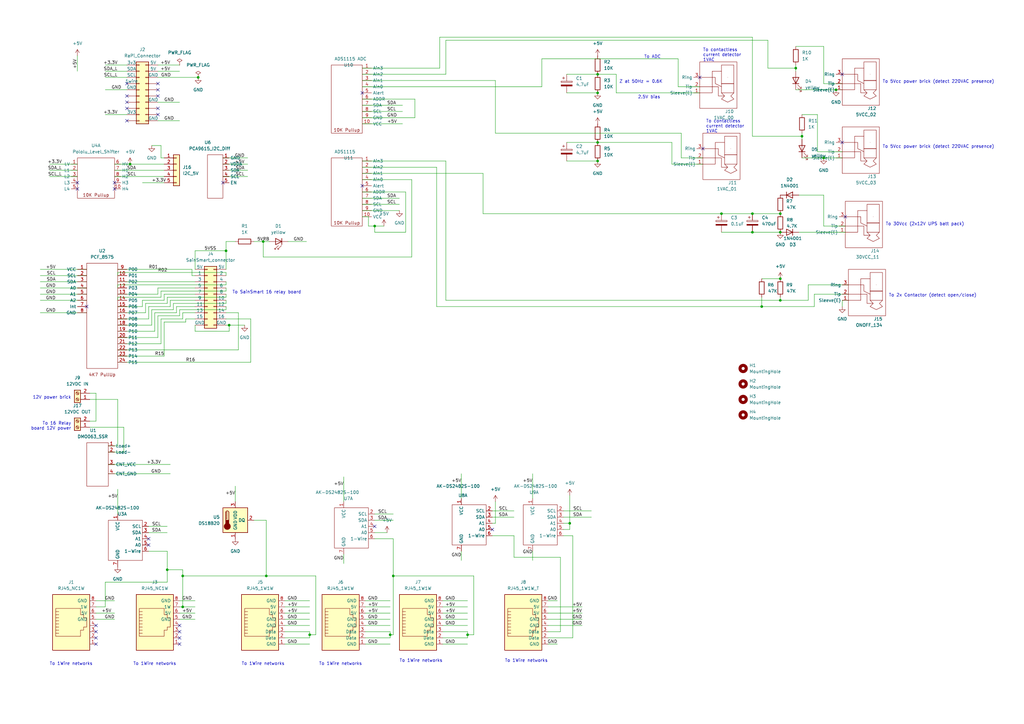
<source format=kicad_sch>
(kicad_sch (version 20211123) (generator eeschema)
  (paper "A3")
  (title_block (title "Main schema") (rev "3"))
  (junction (at 93.98 133.35))
  (junction (at 245.11 30.48))
  (junction (at 308.61 87.63))
  (junction (at 153.67 92.71))
  (junction (at 92.71 102.87))
  (junction (at 295.91 87.63))
  (junction (at 320.04 87.63))
  (junction (at 337.82 64.77))
  (junction (at 320.04 95.25))
  (junction (at 68.58 233.68))
  (junction (at 328.93 55.88))
  (junction (at 342.9 36.83))
  (junction (at 320.04 114.3))
  (junction (at 320.04 123.19))
  (junction (at 191.77 260.35))
  (junction (at 160.02 260.35))
  (junction (at 107.95 99.06))
  (junction (at 127 260.35))
  (junction (at 245.11 38.1))
  (junction (at 326.39 27.94))
  (junction (at 245.11 66.04))
  (junction (at 81.28 31.75))
  (junction (at 312.42 125.73))
  (junction (at 161.29 236.22))
  (junction (at 74.93 236.22))
  (junction (at 245.11 58.42))
  (junction (at 53.34 67.31))
  (junction (at 109.22 236.22))
  (junction (at 233.68 214.63))
  (junction (at 308.61 95.25))
  (junction (at 74.93 248.92))
  (no_connect (at 91.44 74.93))
  (no_connect (at 148.59 38.1))
  (no_connect (at 148.59 76.2))
  (no_connect (at 35.56 125.73))
  (no_connect (at 346.71 88.9))
  (no_connect (at 46.99 74.93))
  (no_connect (at 46.99 77.47))
  (no_connect (at 31.75 74.93))
  (no_connect (at 31.75 77.47))
  (no_connect (at 64.77 34.29))
  (no_connect (at 64.77 36.83))
  (no_connect (at 52.07 34.29))
  (no_connect (at 64.77 39.37))
  (no_connect (at 52.07 44.45))
  (no_connect (at 52.07 49.53))
  (no_connect (at 52.07 41.91))
  (no_connect (at 52.07 39.37))
  (no_connect (at 64.77 46.99))
  (no_connect (at 64.77 44.45))
  (no_connect (at 39.37 256.54))
  (no_connect (at 39.37 259.08))
  (no_connect (at 39.37 261.62))
  (no_connect (at 39.37 264.16))
  (no_connect (at 73.66 256.54))
  (no_connect (at 73.66 259.08))
  (no_connect (at 73.66 264.16))
  (no_connect (at 73.66 261.62))
  (no_connect (at 345.44 58.42))
  (no_connect (at 345.44 30.48))
  (no_connect (at 201.93 217.17))
  (no_connect (at 60.96 220.98))
  (no_connect (at 60.96 223.52))
  (no_connect (at 153.67 215.9))
  (no_connect (at 288.29 60.96))
  (no_connect (at 287.02 31.75))
  (wire (pts (xy 179.07 125.73) (xy 179.07 68.58)))
  (wire (pts (xy 149.86 254) (xy 160.02 254)))
  (wire (pts (xy 149.86 259.08) (xy 160.02 259.08)))
  (wire (pts (xy 181.61 246.38) (xy 191.77 246.38)))
  (wire (pts (xy 295.91 87.63) (xy 198.12 87.63)))
  (wire (pts (xy 16.51 110.49) (xy 35.56 110.49)))
  (wire (pts (xy 66.04 119.38) (xy 92.71 119.38)))
  (wire (pts (xy 62.23 127) (xy 71.12 127)))
  (wire (pts (xy 46.99 72.39) (xy 67.31 72.39)))
  (wire (pts (xy 151.13 88.9) (xy 151.13 92.71)))
  (wire (pts (xy 63.5 135.89) (xy 63.5 128.27)))
  (wire (pts (xy 50.8 185.42) (xy 44.45 185.42)))
  (wire (pts (xy 92.71 120.65) (xy 92.71 121.92)))
  (wire (pts (xy 74.93 236.22) (xy 109.22 236.22)))
  (wire (pts (xy 62.23 133.35) (xy 62.23 127)))
  (wire (pts (xy 48.26 118.11) (xy 48.26 116.84)))
  (wire (pts (xy 328.93 55.88) (xy 308.61 55.88)))
  (wire (pts (xy 43.18 238.76) (xy 68.58 238.76)))
  (wire (pts (xy 279.4 54.61) (xy 279.4 64.77)))
  (wire (pts (xy 66.04 130.81) (xy 74.93 130.81)))
  (wire (pts (xy 279.4 64.77) (xy 288.29 64.77)))
  (wire (pts (xy 198.12 87.63) (xy 198.12 71.12)))
  (wire (pts (xy 148.59 86.36) (xy 163.83 86.36)))
  (wire (pts (xy 218.44 194.31) (xy 218.44 204.47)))
  (wire (pts (xy 76.2 130.81) (xy 80.01 130.81)))
  (wire (pts (xy 168.91 105.41) (xy 168.91 73.66)))
  (wire (pts (xy 16.51 118.11) (xy 35.56 118.11)))
  (wire (pts (xy 73.66 129.54) (xy 73.66 127)))
  (wire (pts (xy 181.61 259.08) (xy 191.77 259.08)))
  (wire (pts (xy 60.96 226.06) (xy 68.58 226.06)))
  (wire (pts (xy 67.31 123.19) (xy 67.31 120.65)))
  (wire (pts (xy 232.41 38.1) (xy 245.11 38.1)))
  (wire (pts (xy 201.93 212.09) (xy 210.82 212.09)))
  (wire (pts (xy 62.23 59.69) (xy 66.04 59.69)))
  (wire (pts (xy 181.61 261.62) (xy 191.77 261.62)))
  (wire (pts (xy 96.52 99.06) (xy 92.71 99.06)))
  (wire (pts (xy 48.26 110.49) (xy 78.74 110.49)))
  (wire (pts (xy 334.01 125.73) (xy 334.01 120.65)))
  (wire (pts (xy 335.28 62.23) (xy 335.28 46.99)))
  (wire (pts (xy 231.14 217.17) (xy 233.68 217.17)))
  (wire (pts (xy 189.23 226.06) (xy 189.23 229.87)))
  (wire (pts (xy 234.95 261.62) (xy 224.79 261.62)))
  (wire (pts (xy 148.59 50.8) (xy 165.1 50.8)))
  (wire (pts (xy 71.12 124.46) (xy 92.71 124.46)))
  (wire (pts (xy 102.87 148.59) (xy 102.87 130.81)))
  (wire (pts (xy 92.71 123.19) (xy 92.71 124.46)))
  (wire (pts (xy 92.71 133.35) (xy 93.98 133.35)))
  (wire (pts (xy 20.32 67.31) (xy 31.75 67.31)))
  (wire (pts (xy 16.51 115.57) (xy 35.56 115.57)))
  (wire (pts (xy 161.29 236.22) (xy 161.29 220.98)))
  (wire (pts (xy 148.59 73.66) (xy 168.91 73.66)))
  (wire (pts (xy 16.51 113.03) (xy 35.56 113.03)))
  (wire (pts (xy 71.12 127) (xy 71.12 124.46)))
  (wire (pts (xy 67.31 120.65) (xy 80.01 120.65)))
  (wire (pts (xy 48.26 135.89) (xy 63.5 135.89)))
  (wire (pts (xy 68.58 124.46) (xy 68.58 121.92)))
  (wire (pts (xy 345.44 62.23) (xy 335.28 62.23)))
  (wire (pts (xy 203.2 205.74) (xy 203.2 214.63)))
  (wire (pts (xy 104.14 99.06) (xy 107.95 99.06)))
  (wire (pts (xy 64.77 41.91) (xy 73.66 41.91)))
  (wire (pts (xy 67.31 64.77) (xy 66.04 64.77)))
  (wire (pts (xy 48.26 113.03) (xy 48.26 111.76)))
  (wire (pts (xy 48.26 115.57) (xy 80.01 115.57)))
  (wire (pts (xy 39.37 161.29) (xy 39.37 172.72)))
  (wire (pts (xy 337.82 34.29) (xy 345.44 34.29)))
  (wire (pts (xy 91.44 69.85) (xy 101.6 69.85)))
  (wire (pts (xy 92.71 102.87) (xy 80.01 102.87)))
  (wire (pts (xy 222.25 24.13) (xy 278.13 24.13)))
  (wire (pts (xy 53.34 67.31) (xy 67.31 67.31)))
  (wire (pts (xy 320.04 87.63) (xy 308.61 87.63)))
  (wire (pts (xy 20.32 69.85) (xy 31.75 69.85)))
  (wire (pts (xy 43.18 46.99) (xy 52.07 46.99)))
  (wire (pts (xy 116.84 261.62) (xy 127 261.62)))
  (wire (pts (xy 153.67 220.98) (xy 161.29 220.98)))
  (wire (pts (xy 36.83 161.29) (xy 39.37 161.29)))
  (wire (pts (xy 166.37 78.74) (xy 166.37 95.25)))
  (wire (pts (xy 109.22 236.22) (xy 129.54 236.22)))
  (wire (pts (xy 153.67 213.36) (xy 161.29 213.36)))
  (wire (pts (xy 43.18 31.75) (xy 52.07 31.75)))
  (wire (pts (xy 80.01 102.87) (xy 80.01 110.49)))
  (wire (pts (xy 194.31 236.22) (xy 161.29 236.22)))
  (wire (pts (xy 231.14 219.71) (xy 234.95 219.71)))
  (wire (pts (xy 148.59 48.26) (xy 170.18 48.26)))
  (wire (pts (xy 224.79 254) (xy 238.76 254)))
  (wire (pts (xy 181.61 251.46) (xy 191.77 251.46)))
  (wire (pts (xy 148.59 27.94) (xy 180.34 27.94)))
  (wire (pts (xy 68.58 121.92) (xy 92.71 121.92)))
  (wire (pts (xy 48.26 148.59) (xy 102.87 148.59)))
  (wire (pts (xy 80.01 133.35) (xy 80.01 135.89)))
  (wire (pts (xy 182.88 66.04) (xy 182.88 123.19)))
  (wire (pts (xy 153.67 92.71) (xy 153.67 95.25)))
  (wire (pts (xy 314.96 27.94) (xy 314.96 16.51)))
  (wire (pts (xy 73.66 246.38) (xy 80.01 246.38)))
  (wire (pts (xy 148.59 40.64) (xy 170.18 40.64)))
  (wire (pts (xy 74.93 248.92) (xy 80.01 248.92)))
  (wire (pts (xy 287.02 38.1) (xy 252.73 38.1)))
  (wire (pts (xy 102.87 130.81) (xy 92.71 130.81)))
  (wire (pts (xy 328.93 54.61) (xy 328.93 55.88)))
  (wire (pts (xy 92.71 125.73) (xy 92.71 127)))
  (wire (pts (xy 107.95 105.41) (xy 168.91 105.41)))
  (wire (pts (xy 39.37 246.38) (xy 46.99 246.38)))
  (wire (pts (xy 16.51 120.65) (xy 35.56 120.65)))
  (wire (pts (xy 92.71 116.84) (xy 92.71 115.57)))
  (wire (pts (xy 320.04 121.92) (xy 320.04 123.19)))
  (wire (pts (xy 314.96 16.51) (xy 182.88 16.51)))
  (wire (pts (xy 74.93 236.22) (xy 74.93 233.68)))
  (wire (pts (xy 127 259.08) (xy 127 260.35)))
  (wire (pts (xy 328.93 64.77) (xy 337.82 64.77)))
  (wire (pts (xy 116.84 259.08) (xy 127 259.08)))
  (wire (pts (xy 151.13 92.71) (xy 153.67 92.71)))
  (wire (pts (xy 275.59 67.31) (xy 288.29 67.31)))
  (wire (pts (xy 278.13 24.13) (xy 278.13 35.56)))
  (wire (pts (xy 326.39 29.21) (xy 326.39 27.94)))
  (wire (pts (xy 345.44 123.19) (xy 345.44 125.73)))
  (wire (pts (xy 233.68 203.2) (xy 233.68 214.63)))
  (wire (pts (xy 48.26 125.73) (xy 58.42 125.73)))
  (wire (pts (xy 203.2 33.02) (xy 203.2 54.61)))
  (wire (pts (xy 116.84 256.54) (xy 127 256.54)))
  (wire (pts (xy 328.93 55.88) (xy 328.93 57.15)))
  (wire (pts (xy 73.66 248.92) (xy 74.93 248.92)))
  (wire (pts (xy 180.34 15.24) (xy 180.34 27.94)))
  (wire (pts (xy 334.01 120.65) (xy 347.98 120.65)))
  (wire (pts (xy 189.23 194.31) (xy 189.23 204.47)))
  (wire (pts (xy 170.18 40.64) (xy 170.18 48.26)))
  (wire (pts (xy 48.26 123.19) (xy 48.26 121.92)))
  (wire (pts (xy 342.9 36.83) (xy 345.44 36.83)))
  (wire (pts (xy 210.82 228.6) (xy 229.87 228.6)))
  (wire (pts (xy 312.42 114.3) (xy 320.04 114.3)))
  (wire (pts (xy 48.26 140.97) (xy 66.04 140.97)))
  (wire (pts (xy 148.59 33.02) (xy 203.2 33.02)))
  (wire (pts (xy 116.84 248.92) (xy 127 248.92)))
  (wire (pts (xy 96.52 199.39) (xy 96.52 205.74)))
  (wire (pts (xy 149.86 261.62) (xy 160.02 261.62)))
  (wire (pts (xy 231.14 212.09) (xy 242.57 212.09)))
  (wire (pts (xy 97.79 143.51) (xy 97.79 128.27)))
  (wire (pts (xy 179.07 125.73) (xy 312.42 125.73)))
  (wire (pts (xy 201.93 219.71) (xy 210.82 219.71)))
  (wire (pts (xy 67.31 146.05) (xy 67.31 132.08)))
  (wire (pts (xy 140.97 195.58) (xy 140.97 205.74)))
  (wire (pts (xy 39.37 251.46) (xy 46.99 251.46)))
  (wire (pts (xy 149.86 246.38) (xy 160.02 246.38)))
  (wire (pts (xy 67.31 132.08) (xy 76.2 132.08)))
  (wire (pts (xy 116.84 251.46) (xy 127 251.46)))
  (wire (pts (xy 153.67 210.82) (xy 161.29 210.82)))
  (wire (pts (xy 16.51 123.19) (xy 35.56 123.19)))
  (wire (pts (xy 48.26 111.76) (xy 92.71 111.76)))
  (wire (pts (xy 64.77 31.75) (xy 81.28 31.75)))
  (wire (pts (xy 58.42 123.19) (xy 67.31 123.19)))
  (wire (pts (xy 278.13 35.56) (xy 287.02 35.56)))
  (wire (pts (xy 191.77 260.35) (xy 194.31 260.35)))
  (wire (pts (xy 48.26 163.83) (xy 48.26 182.88)))
  (wire (pts (xy 68.58 233.68) (xy 74.93 233.68)))
  (wire (pts (xy 64.77 118.11) (xy 80.01 118.11)))
  (wire (pts (xy 48.26 138.43) (xy 64.77 138.43)))
  (wire (pts (xy 74.93 130.81) (xy 74.93 128.27)))
  (wire (pts (xy 76.2 132.08) (xy 76.2 130.81)))
  (wire (pts (xy 232.41 58.42) (xy 245.11 58.42)))
  (wire (pts (xy 201.93 209.55) (xy 210.82 209.55)))
  (wire (pts (xy 337.82 64.77) (xy 345.44 64.77)))
  (wire (pts (xy 60.96 125.73) (xy 69.85 125.73)))
  (wire (pts (xy 331.47 123.19) (xy 331.47 116.84)))
  (wire (pts (xy 231.14 214.63) (xy 233.68 214.63)))
  (wire (pts (xy 181.61 264.16) (xy 191.77 264.16)))
  (wire (pts (xy 69.85 123.19) (xy 80.01 123.19)))
  (wire (pts (xy 252.73 30.48) (xy 245.11 30.48)))
  (wire (pts (xy 116.84 254) (xy 127 254)))
  (wire (pts (xy 326.39 19.05) (xy 337.82 19.05)))
  (wire (pts (xy 231.14 209.55) (xy 242.57 209.55)))
  (wire (pts (xy 151.13 88.9) (xy 148.59 88.9)))
  (wire (pts (xy 252.73 38.1) (xy 252.73 30.48)))
  (wire (pts (xy 312.42 125.73) (xy 334.01 125.73)))
  (wire (pts (xy 39.37 248.92) (xy 43.18 248.92)))
  (wire (pts (xy 326.39 36.83) (xy 342.9 36.83)))
  (wire (pts (xy 218.44 226.06) (xy 218.44 229.87)))
  (wire (pts (xy 107.95 99.06) (xy 110.49 99.06)))
  (wire (pts (xy 127 260.35) (xy 129.54 260.35)))
  (wire (pts (xy 48.26 130.81) (xy 60.96 130.81)))
  (wire (pts (xy 182.88 123.19) (xy 320.04 123.19)))
  (wire (pts (xy 48.26 143.51) (xy 97.79 143.51)))
  (wire (pts (xy 107.95 99.06) (xy 107.95 105.41)))
  (wire (pts (xy 148.59 68.58) (xy 179.07 68.58)))
  (wire (pts (xy 166.37 95.25) (xy 153.67 95.25)))
  (wire (pts (xy 314.96 27.94) (xy 326.39 27.94)))
  (wire (pts (xy 73.66 127) (xy 92.71 127)))
  (wire (pts (xy 64.77 129.54) (xy 73.66 129.54)))
  (wire (pts (xy 127 260.35) (xy 127 261.62)))
  (wire (pts (xy 149.86 248.92) (xy 160.02 248.92)))
  (wire (pts (xy 73.66 251.46) (xy 80.01 251.46)))
  (wire (pts (xy 160.02 259.08) (xy 160.02 260.35)))
  (wire (pts (xy 232.41 30.48) (xy 245.11 30.48)))
  (wire (pts (xy 153.67 92.71) (xy 157.48 92.71)))
  (wire (pts (xy 93.98 133.35) (xy 100.33 133.35)))
  (wire (pts (xy 43.18 248.92) (xy 43.18 238.76)))
  (wire (pts (xy 201.93 214.63) (xy 203.2 214.63)))
  (wire (pts (xy 36.83 175.26) (xy 50.8 175.26)))
  (wire (pts (xy 295.91 95.25) (xy 308.61 95.25)))
  (wire (pts (xy 48.26 121.92) (xy 66.04 121.92)))
  (wire (pts (xy 44.45 182.88) (xy 48.26 182.88)))
  (wire (pts (xy 66.04 121.92) (xy 66.04 119.38)))
  (wire (pts (xy 148.59 83.82) (xy 163.83 83.82)))
  (wire (pts (xy 326.39 27.94) (xy 326.39 26.67)))
  (wire (pts (xy 337.82 92.71) (xy 346.71 92.71)))
  (wire (pts (xy 191.77 259.08) (xy 191.77 260.35)))
  (wire (pts (xy 97.79 128.27) (xy 92.71 128.27)))
  (wire (pts (xy 308.61 95.25) (xy 320.04 95.25)))
  (wire (pts (xy 148.59 81.28) (xy 163.83 81.28)))
  (wire (pts (xy 50.8 175.26) (xy 50.8 185.42)))
  (wire (pts (xy 337.82 19.05) (xy 337.82 34.29)))
  (wire (pts (xy 203.2 54.61) (xy 279.4 54.61)))
  (wire (pts (xy 109.22 213.36) (xy 109.22 236.22)))
  (wire (pts (xy 181.61 256.54) (xy 191.77 256.54)))
  (wire (pts (xy 148.59 45.72) (xy 165.1 45.72)))
  (wire (pts (xy 92.71 99.06) (xy 92.71 102.87)))
  (wire (pts (xy 149.86 256.54) (xy 160.02 256.54)))
  (wire (pts (xy 46.99 67.31) (xy 53.34 67.31)))
  (wire (pts (xy 233.68 214.63) (xy 233.68 217.17)))
  (wire (pts (xy 91.44 72.39) (xy 101.6 72.39)))
  (wire (pts (xy 48.26 128.27) (xy 59.69 128.27)))
  (wire (pts (xy 245.11 58.42) (xy 275.59 58.42)))
  (wire (pts (xy 182.88 16.51) (xy 182.88 30.48)))
  (wire (pts (xy 327.66 95.25) (xy 346.71 95.25)))
  (wire (pts (xy 181.61 254) (xy 191.77 254)))
  (wire (pts (xy 67.31 74.93) (xy 58.42 74.93)))
  (wire (pts (xy 148.59 78.74) (xy 166.37 78.74)))
  (wire (pts (xy 161.29 236.22) (xy 161.29 260.35)))
  (wire (pts (xy 48.26 200.66) (xy 48.26 210.82)))
  (wire (pts (xy 224.79 248.92) (xy 238.76 248.92)))
  (wire (pts (xy 275.59 58.42) (xy 275.59 67.31)))
  (wire (pts (xy 191.77 260.35) (xy 191.77 261.62)))
  (wire (pts (xy 308.61 87.63) (xy 295.91 87.63)))
  (wire (pts (xy 64.77 49.53) (xy 73.66 49.53)))
  (wire (pts (xy 347.98 123.19) (xy 345.44 123.19)))
  (wire (pts (xy 66.04 59.69) (xy 66.04 64.77)))
  (wire (pts (xy 160.02 260.35) (xy 161.29 260.35)))
  (wire (pts (xy 308.61 55.88) (xy 308.61 15.24)))
  (wire (pts (xy 59.69 124.46) (xy 68.58 124.46)))
  (wire (pts (xy 337.82 80.01) (xy 337.82 92.71)))
  (wire (pts (xy 36.83 163.83) (xy 48.26 163.83)))
  (wire (pts (xy 116.84 264.16) (xy 127 264.16)))
  (wire (pts (xy 224.79 246.38) (xy 228.6 246.38)))
  (wire (pts (xy 148.59 30.48) (xy 182.88 30.48)))
  (wire (pts (xy 48.26 116.84) (xy 92.71 116.84)))
  (wire (pts (xy 72.39 125.73) (xy 80.01 125.73)))
  (wire (pts (xy 39.37 172.72) (xy 36.83 172.72)))
  (wire (pts (xy 92.71 102.87) (xy 92.71 110.49)))
  (wire (pts (xy 153.67 218.44) (xy 158.75 218.44)))
  (wire (pts (xy 210.82 219.71) (xy 210.82 228.6)))
  (wire (pts (xy 78.74 113.03) (xy 80.01 113.03)))
  (wire (pts (xy 331.47 116.84) (xy 347.98 116.84)))
  (wire (pts (xy 39.37 254) (xy 46.99 254)))
  (wire (pts (xy 232.41 66.04) (xy 245.11 66.04)))
  (wire (pts (xy 335.28 46.99) (xy 328.93 46.99)))
  (wire (pts (xy 44.45 194.31) (xy 69.85 194.31)))
  (wire (pts (xy 74.93 128.27) (xy 80.01 128.27)))
  (wire (pts (xy 58.42 125.73) (xy 58.42 123.19)))
  (wire (pts (xy 92.71 119.38) (xy 92.71 118.11)))
  (wire (pts (xy 148.59 66.04) (xy 182.88 66.04)))
  (wire (pts (xy 59.69 128.27) (xy 59.69 124.46)))
  (wire (pts (xy 20.32 72.39) (xy 31.75 72.39)))
  (wire (pts (xy 229.87 259.08) (xy 224.79 259.08)))
  (wire (pts (xy 222.25 24.13) (xy 222.25 35.56)))
  (wire (pts (xy 148.59 43.18) (xy 165.1 43.18)))
  (wire (pts (xy 308.61 15.24) (xy 180.34 15.24)))
  (wire (pts (xy 92.71 111.76) (xy 92.71 113.03)))
  (wire (pts (xy 148.59 71.12) (xy 198.12 71.12)))
  (wire (pts (xy 68.58 238.76) (xy 68.58 233.68)))
  (wire (pts (xy 64.77 120.65) (xy 64.77 118.11)))
  (wire (pts (xy 234.95 219.71) (xy 234.95 261.62)))
  (wire (pts (xy 72.39 128.27) (xy 72.39 125.73)))
  (wire (pts (xy 116.84 246.38) (xy 127 246.38)))
  (wire (pts (xy 80.01 135.89) (xy 93.98 135.89)))
  (wire (pts (xy 327.66 80.01) (xy 337.82 80.01)))
  (wire (pts (xy 64.77 138.43) (xy 64.77 129.54)))
  (wire (pts (xy 44.45 190.5) (xy 69.85 190.5)))
  (wire (pts (xy 48.26 133.35) (xy 62.23 133.35)))
  (wire (pts (xy 60.96 215.9) (xy 68.58 215.9)))
  (wire (pts (xy 93.98 135.89) (xy 93.98 133.35)))
  (wire (pts (xy 63.5 128.27) (xy 72.39 128.27)))
  (wire (pts (xy 43.18 36.83) (xy 52.07 36.83)))
  (wire (pts (xy 149.86 264.16) (xy 160.02 264.16)))
  (wire (pts (xy 78.74 110.49) (xy 78.74 113.03)))
  (wire (pts (xy 224.79 251.46) (xy 238.76 251.46)))
  (wire (pts (xy 140.97 227.33) (xy 140.97 231.14)))
  (wire (pts (xy 46.99 69.85) (xy 67.31 69.85)))
  (wire (pts (xy 60.96 218.44) (xy 68.58 218.44)))
  (wire (pts (xy 43.18 26.67) (xy 52.07 26.67)))
  (wire (pts (xy 64.77 29.21) (xy 73.66 29.21)))
  (wire (pts (xy 149.86 251.46) (xy 160.02 251.46)))
  (wire (pts (xy 64.77 26.67) (xy 73.66 26.67)))
  (wire (pts (xy 118.11 99.06) (xy 125.73 99.06)))
  (wire (pts (xy 74.93 248.92) (xy 74.93 236.22)))
  (wire (pts (xy 68.58 226.06) (xy 68.58 233.68)))
  (wire (pts (xy 91.44 67.31) (xy 101.6 67.31)))
  (wire (pts (xy 148.59 35.56) (xy 222.25 35.56)))
  (wire (pts (xy 194.31 260.35) (xy 194.31 236.22)))
  (wire (pts (xy 129.54 260.35) (xy 129.54 236.22)))
  (wire (pts (xy 181.61 248.92) (xy 191.77 248.92)))
  (wire (pts (xy 160.02 260.35) (xy 160.02 261.62)))
  (wire (pts (xy 224.79 264.16) (xy 228.6 264.16)))
  (wire (pts (xy 91.44 64.77) (xy 101.6 64.77)))
  (wire (pts (xy 48.26 120.65) (xy 64.77 120.65)))
  (wire (pts (xy 229.87 228.6) (xy 229.87 259.08)))
  (wire (pts (xy 43.18 29.21) (xy 52.07 29.21)))
  (wire (pts (xy 69.85 125.73) (xy 69.85 123.19)))
  (wire (pts (xy 312.42 121.92) (xy 312.42 125.73)))
  (wire (pts (xy 66.04 140.97) (xy 66.04 130.81)))
  (wire (pts (xy 31.75 22.86) (xy 31.75 29.21)))
  (wire (pts (xy 16.51 128.27) (xy 35.56 128.27)))
  (wire (pts (xy 60.96 130.81) (xy 60.96 125.73)))
  (wire (pts (xy 320.04 123.19) (xy 331.47 123.19)))
  (wire (pts (xy 73.66 254) (xy 80.01 254)))
  (wire (pts (xy 224.79 256.54) (xy 238.76 256.54)))
  (wire (pts (xy 48.26 146.05) (xy 67.31 146.05)))
  (wire (pts (xy 104.14 213.36) (xy 109.22 213.36)))
  (text "To ADC" (at 264.16 24.13 0) (effects (font (size 1.27 1.27)) (justify left bottom)))
  (text "Z at 50Hz = 0.6K" (at 254 34.29 0) (effects (font (size 1.27 1.27)) (justify left bottom)))
  (text "To 5Vcc power brick (detect 220VAC presence)" (at 361.95 60.96 0) (effects (font (size 1.27 1.27)) (justify left bottom)))
  (text "To 5Vcc power brick (detect 220VAC presence)" (at 361.95 34.29 0) (effects (font (size 1.27 1.27)) (justify left bottom)))
  (text "To 1Wire networks" (at 163.83 271.78 0) (effects (font (size 1.27 1.27)) (justify left bottom)))
  (text "To 30Vcc (2x12V UPS batt pack)" (at 363.22 92.71 0) (effects (font (size 1.27 1.27)) (justify left bottom)))
  (text "To 1Wire networks" (at 130.81 273.05 0) (effects (font (size 1.27 1.27)) (justify left bottom)))
  (text "To 1Wire networks" (at 207.01 271.78 0) (effects (font (size 1.27 1.27)) (justify left bottom)))
  (text "To contactless\ncurrent detector\n1VAC" (at 289.56 54.61 0) (effects (font (size 1.27 1.27)) (justify left bottom)))
  (text "To 1Wire networks" (at 99.06 273.05 0) (effects (font (size 1.27 1.27)) (justify left bottom)))
  (text "To contactless\ncurrent detector\n1VAC" (at 288.29 25.4 0) (effects (font (size 1.27 1.27)) (justify left bottom)))
  (text "To 1Wire networks" (at 54.61 273.05 0) (effects (font (size 1.27 1.27)) (justify left bottom)))
  (text "2.5V bias" (at 261.62 40.64 0) (effects (font (size 1.27 1.27)) (justify left bottom)))
  (text "12V power brick" (at 29.21 163.83 180) (effects (font (size 1.27 1.27)) (justify right bottom)))
  (text "To 16 Relay\nboard 12V power" (at 29.21 176.53 180) (effects (font (size 1.27 1.27)) (justify right bottom)))
  (text "To 2x Contactor (detect open/close)" (at 364.49 121.92 0) (effects (font (size 1.27 1.27)) (justify left bottom)))
  (text "To SainSmart 16 relay board" (at 95.25 120.65 0) (effects (font (size 1.27 1.27)) (justify left bottom)))
  (text "To 1Wire networks" (at 20.32 273.05 0) (effects (font (size 1.27 1.27)) (justify left bottom)))
  (label "GND" (at 66.04 194.31 180))
  (label "SCL" (at 158.75 83.82 0))
  (label "GND" (at 22.86 128.27 180))
  (label "SCL" (at 238.76 209.55 180))
  (label "GND" (at 121.92 256.54 180))
  (label "+5V" (at 238.76 251.46 180))
  (label "SDA_L" (at 48.26 29.21 180))
  (label "+5V" (at 100.33 67.31 180))
  (label "+5V" (at 96.52 203.2 180))
  (label "+5V" (at 121.92 251.46 180))
  (label "GND" (at 189.23 228.6 180))
  (label "R16" (at 76.2 148.59 0))
  (label "+5V" (at 154.94 251.46 180))
  (label "+3.3V" (at 48.26 46.99 180))
  (label "GND" (at 186.69 246.38 180))
  (label "SDA_L" (at 25.4 69.85 180))
  (label "+5V" (at 186.69 251.46 180))
  (label "+5V" (at 45.72 251.46 180))
  (label "+3.3V" (at 66.04 190.5 180))
  (label "+3.3V" (at 48.26 26.67 180))
  (label "GND" (at 228.6 264.16 180))
  (label "GND" (at 154.94 264.16 180))
  (label "+5V" (at 69.85 26.67 180))
  (label "GND" (at 154.94 254 180))
  (label "+5V" (at 22.86 110.49 180))
  (label "+5V" (at 189.23 198.12 180))
  (label "+5V" (at 238.76 248.92 180))
  (label "GND" (at 154.94 256.54 180))
  (label "SCL" (at 55.88 72.39 180))
  (label "SCL_L" (at 25.4 72.39 180))
  (label "GND" (at 140.97 229.87 180))
  (label "SDA" (at 66.04 218.44 180))
  (label "GND" (at 238.76 254 180))
  (label "SDA" (at 208.28 212.09 180))
  (label "+5V" (at 154.94 248.92 180))
  (label "5VSS" (at 83.82 102.87 0))
  (label "GND" (at 238.76 256.54 180))
  (label "GND" (at 100.33 64.77 180))
  (label "GND" (at 121.92 254 180))
  (label "SCL" (at 158.75 210.82 180))
  (label "SCL" (at 22.86 113.03 180))
  (label "GND" (at 186.69 264.16 180))
  (label "GND" (at 46.99 254 180))
  (label "+5V" (at 121.92 248.92 180))
  (label "SDA" (at 158.75 43.18 0))
  (label "SCL" (at 208.28 209.55 180))
  (label "GND" (at 186.69 254 180))
  (label "SCL" (at 158.75 45.72 0))
  (label "R01" (at 60.96 110.49 0))
  (label "5VRB" (at 110.49 99.06 180))
  (label "GND" (at 186.69 256.54 180))
  (label "GND" (at 121.92 246.38 180))
  (label "GND" (at 78.74 246.38 180))
  (label "SDA" (at 158.75 81.28 0))
  (label "+5V" (at 69.85 29.21 180))
  (label "SDA" (at 22.86 115.57 180))
  (label "GND" (at 158.75 48.26 0))
  (label "GND" (at 67.31 41.91 0))
  (label "+5V" (at 186.69 248.92 180))
  (label "+3.3V" (at 25.4 67.31 180))
  (label "R15" (at 63.5 146.05 0))
  (label "+5V" (at 218.44 198.12 180))
  (label "GND" (at 45.72 36.83 0))
  (label "GND" (at 154.94 246.38 180))
  (label "+3.3V" (at 62.23 74.93 0))
  (label "SDA" (at 100.33 69.85 180))
  (label "SDA" (at 158.75 213.36 180))
  (label "GND" (at 22.86 120.65 180))
  (label "GND" (at 218.44 227.33 180))
  (label "+5V" (at 158.75 50.8 0))
  (label "SCL" (at 66.04 215.9 180))
  (label "+5V" (at 140.97 199.39 180))
  (label "GND" (at 22.86 123.19 180))
  (label "+5V" (at 78.74 251.46 180))
  (label "R02" (at 64.77 111.76 0))
  (label "GND" (at 124.46 99.06 180))
  (label "+5V" (at 31.75 24.13 270))
  (label "SCL" (at 100.33 72.39 180))
  (label "GND" (at 66.04 31.75 0))
  (label "GND" (at 22.86 118.11 180))
  (label "GND" (at 228.6 246.38 180))
  (label "GND" (at 46.99 246.38 180))
  (label "SDA" (at 238.76 212.09 180))
  (label "SCL_L" (at 48.26 31.75 180))
  (label "SDA" (at 52.07 69.85 0))
  (label "GND" (at 67.31 49.53 0))
  (label "GND" (at 78.74 254 180))
  (label "GND" (at 121.92 264.16 180))
  (label "+5V" (at 48.26 204.47 180))
  (symbol (lib_id "power:+5V") (at 203.2 205.74 0) (unit 1)
    (property "Reference" "#PWR013" (effects hide))
    (property "Value" "+5V" (at 203.2 200.66 0))
  )
  (symbol (lib_id "power:GND") (at 62.23 59.69 0) (unit 1)
    (property "Reference" "#PWR0106" (effects hide))
    (property "Value" "GND" (at 62.23 64.77 0))
  )
  (symbol (lib_id "Mechanical:MountingHole") (at 304.8 151.13 0) (unit 1)
    (property "Reference" "H1" (at 307.34 149.8599 0) (effects (justify left)))
    (property "Value" "MountingHole" (at 307.34 152.3999 0) (effects (justify left)))
    (property "Footprint" "MountingHole:MountingHole_2.5mm" (effects hide))
  )
  (symbol (lib_id "power:PWR_FLAG") (at 73.66 26.67 0) (unit 1)
    (property "Reference" "#FLG0101" (effects hide))
    (property "Value" "PWR_FLAG" (at 73.66 21.59 0))
  )
  (symbol (lib_id "Device:R") (at 312.42 118.11 180) (unit 1)
    (property "Reference" "R6" (at 317.5 116.84 0) (effects (justify left)))
    (property "Value" "47K" (at 314.96 119.3799 0) (effects (justify right)))
    (property "Footprint" "Resistor_THT:R_Axial_DIN0207_L6.3mm_D2.5mm_P10.16mm_Horizontal" (effects hide))
  )
  (symbol (lib_id "Device:C_Polarized") (at 308.61 91.44 0) (unit 1)
    (property "Reference" "C4" (at 312.42 89.2809 0) (effects (justify left)))
    (property "Value" "470uF" (at 312.42 91.8209 0) (effects (justify left)))
    (property "Footprint" "Capacitor_THT:CP_Radial_D6.3mm_P2.50mm" (effects hide))
  )
  (symbol (lib_id "library:PCA9615_I2C_Diff") (at 85.09 62.23 0) (unit 1)
    (property "Reference" "U6" (at 83.82 58.42 0) (effects (justify left)))
    (property "Value" "PCA9615_I2C_Diff" (at 77.47 60.96 0) (effects (justify left)))
    (property "Footprint" "Connector_PinHeader_2.54mm:PinHeader_1x05_P2.54mm_Vertical" (effects hide))
    (property "Datasheet" "https://www.sparkfun.com/products/retired/14589" (effects hide))
  )
  (symbol (lib_id "Device:LED") (at 326.39 33.02 90) (unit 1)
    (property "Reference" "D4" (at 330.2 33.3374 90) (effects (justify right)))
    (property "Value" "yellow" (at 330.2 35.8774 90) (effects (justify right)))
    (property "Footprint" "LED_THT:LED_D5.0mm" (effects hide))
  )
  (symbol (lib_id "power:+5V") (at 157.48 92.71 0) (unit 1)
    (property "Reference" "#PWR01" (effects hide))
    (property "Value" "+5V" (at 157.48 87.63 0))
  )
  (symbol (lib_id "library:ADS1115") (at 144.78 25.4 0) (unit 1)
    (property "Reference" "U10" (at 140.97 26.67 0) (effects (justify left)))
    (property "Value" "ADS1115 ADC" (at 137.16 24.13 0) (effects (justify left)))
    (property "Footprint" "Library:ADS1115" (effects hide))
    (property "Datasheet" "https://www.adafruit.com/product/1085" (effects hide))
  )
  (symbol (lib_id "Device:R") (at 328.93 50.8 180) (unit 1)
    (property "Reference" "R11" (at 331.47 49.5299 0) (effects (justify right)))
    (property "Value" "1K" (at 331.47 52.0699 0) (effects (justify right)))
    (property "Footprint" "Resistor_THT:R_Axial_DIN0207_L6.3mm_D2.5mm_P10.16mm_Horizontal" (effects hide))
  )
  (symbol (lib_id "power:+5V") (at 31.75 22.86 0) (unit 1)
    (property "Reference" "#PWR0101" (effects hide))
    (property "Value" "+5V" (at 31.75 17.78 0))
  )
  (symbol (lib_id "Connector:Screw_Terminal_01x02") (at 31.75 175.26 180) (unit 1)
    (property "Reference" "J17" (at 31.75 166.37 0))
    (property "Value" "12VDC OUT" (at 31.75 168.91 0))
    (property "Footprint" "TerminalBlock_RND:TerminalBlock_RND_205-00001_1x02_P5.00mm_Horizontal" (effects hide))
  )
  (symbol (lib_id "Connector_Generic:Conn_01x05") (at 72.39 69.85 0) (unit 1)
    (property "Reference" "J16" (at 74.93 68.5799 0) (effects (justify left)))
    (property "Value" "I2C_5V" (at 74.93 71.1199 0) (effects (justify left)))
    (property "Footprint" "Connector_PinHeader_2.54mm:PinHeader_1x05_P2.54mm_Vertical" (effects hide))
  )
  (symbol (lib_id "Device:R") (at 320.04 91.44 180) (unit 1)
    (property "Reference" "R8" (at 322.58 90.1699 0) (effects (justify right)))
    (property "Value" "4.7K" (at 322.58 92.7099 0) (effects (justify right)))
    (property "Footprint" "Resistor_THT:R_Axial_DIN0207_L6.3mm_D2.5mm_P10.16mm_Horizontal" (effects hide))
  )
  (symbol (lib_id "Device:R") (at 245.11 62.23 0) (unit 1)
    (property "Reference" "R5" (at 247.65 60.9599 0) (effects (justify left)))
    (property "Value" "10K" (at 247.65 63.4999 0) (effects (justify left)))
    (property "Footprint" "Resistor_THT:R_Axial_DIN0207_L6.3mm_D2.5mm_P10.16mm_Horizontal" (effects hide))
  )
  (symbol (lib_id "power:+5V") (at 245.11 50.8 0) (unit 1)
    (property "Reference" "#PWR05" (effects hide))
    (property "Value" "+5V" (at 245.11 45.72 0))
  )
  (symbol (lib_id "power:+5V") (at 53.34 67.31 0) (unit 1)
    (property "Reference" "#PWR0104" (effects hide))
    (property "Value" "+5V" (at 53.34 62.23 0))
  )
  (symbol (lib_id "library:RJ45_1W1W") (at 171.45 256.54 0) (unit 1)
    (property "Reference" "J7" (at 171.45 238.76 0))
    (property "Value" "RJ45_1W1W" (at 171.45 241.3 0))
    (property "Footprint" "Library:RJ45_Ninigi_GE_silver" (effects hide))
  )
  (symbol (lib_id "power:GND") (at 245.11 38.1 0) (unit 1)
    (property "Reference" "#PWR04" (effects hide))
    (property "Value" "GND" (at 245.11 43.18 0))
  )
  (symbol (lib_id "power:GND") (at 96.52 220.98 0) (unit 1)
    (property "Reference" "#PWR0105" (effects hide))
    (property "Value" "GND" (at 96.52 226.06 0))
  )
  (symbol (lib_id "library:AK-DS2482S-100") (at 144.78 204.47 0) (unit 1)
    (property "Reference" "U7" (at 144.78 204.47 0) (effects (justify right)))
    (property "Value" "AK-DS2482S-100" (at 147.32 201.93 0) (effects (justify right)))
    (property "Footprint" "Library:AK-DS2482S-100" (effects hide))
    (property "Datasheet" "https://www.artekit.eu/products/breakout-boards/io/ak-ds2482s-100/" (effects hide))
  )
  (symbol (lib_id "Diode:1N4001") (at 323.85 95.25 180) (unit 1)
    (property "Reference" "D3" (at 325.12 100.33 0))
    (property "Value" "1N4001" (at 325.12 97.79 0))
    (property "Footprint" "Diode_THT:D_DO-41_SOD81_P10.16mm_Horizontal" (effects hide))
    (property "Datasheet" "http://www.vishay.com/docs/88503/1n4001.pdf" (effects hide))
  )
  (symbol (lib_id "library:SainSmart_connector") (at 85.09 120.65 0) (unit 1)
    (property "Reference" "J4" (at 86.36 104.14 0))
    (property "Value" "SainSmart_connector" (at 86.36 106.68 0))
    (property "Footprint" "Connector_PinHeader_2.54mm:PinHeader_2x10_P2.54mm_Vertical" (effects hide))
    (property "Datasheet" "https://www.sainsmart.com/products/16-channel-12v-relay-module" (effects hide))
  )
  (symbol (lib_id "library:3.5Inch_Audio") (at 363.22 129.54 180) (unit 1)
    (property "Reference" "J15" (at 361.95 130.81 0) (effects (justify left)))
    (property "Value" "ONOFF_134" (at 361.95 133.35 0) (effects (justify left)))
    (property "Footprint" "Library:3.5mmJack SMD" (effects hide))
    (property "Datasheet" "https://www.tme.eu/ro/en/details/1503-03/jack-connectors/lumberg/1503-03/" (effects hide))
  )
  (symbol (lib_id "library:3.5Inch_Audio") (at 360.68 71.12 180) (unit 1)
    (property "Reference" "J13" (at 359.41 72.39 0) (effects (justify left)))
    (property "Value" "5VCC_03" (at 359.41 74.93 0) (effects (justify left)))
    (property "Footprint" "Library:3.5mmJack SMD" (effects hide))
    (property "Datasheet" "https://www.tme.eu/ro/en/details/1503-03/jack-connectors/lumberg/1503-03/" (effects hide))
  )
  (symbol (lib_id "Diode:1N4001") (at 323.85 80.01 0) (unit 1)
    (property "Reference" "D2" (at 323.85 73.66 0))
    (property "Value" "1N4001" (at 323.85 76.2 0))
    (property "Footprint" "Diode_THT:D_DO-41_SOD81_P10.16mm_Horizontal" (effects hide))
    (property "Datasheet" "http://www.vishay.com/docs/88503/1n4001.pdf" (effects hide))
  )
  (symbol (lib_id "Mechanical:MountingHole") (at 304.8 163.83 0) (unit 1)
    (property "Reference" "H3" (at 307.34 162.5599 0) (effects (justify left)))
    (property "Value" "MountingHole" (at 307.34 165.0999 0) (effects (justify left)))
    (property "Footprint" "MountingHole:MountingHole_2.5mm" (effects hide))
  )
  (symbol (lib_id "Device:R") (at 320.04 83.82 180) (unit 1)
    (property "Reference" "R7" (at 325.12 82.55 0) (effects (justify left)))
    (property "Value" "47K" (at 322.58 85.0899 0) (effects (justify right)))
    (property "Footprint" "Resistor_THT:R_Axial_DIN0207_L6.3mm_D2.5mm_P10.16mm_Horizontal" (effects hide))
  )
  (symbol (lib_id "library:3.5Inch_Audio") (at 360.68 43.18 180) (unit 1)
    (property "Reference" "J12" (at 359.41 44.45 0) (effects (justify left)))
    (property "Value" "5VCC_02" (at 359.41 46.99 0) (effects (justify left)))
    (property "Footprint" "Library:3.5mmJack SMD" (effects hide))
    (property "Datasheet" "https://www.tme.eu/ro/en/details/1503-03/jack-connectors/lumberg/1503-03/" (effects hide))
  )
  (symbol (lib_id "library:3.5Inch_Audio") (at 361.95 101.6 180) (unit 1)
    (property "Reference" "J14" (at 360.68 102.87 0) (effects (justify left)))
    (property "Value" "30VCC_11" (at 360.68 105.41 0) (effects (justify left)))
    (property "Footprint" "Library:3.5mmJack SMD" (effects hide))
    (property "Datasheet" "https://www.tme.eu/ro/en/details/1503-03/jack-connectors/lumberg/1503-03/" (effects hide))
  )
  (symbol (lib_id "Device:R") (at 245.11 34.29 0) (unit 1)
    (property "Reference" "R3" (at 247.65 33.0199 0) (effects (justify left)))
    (property "Value" "10K" (at 247.65 35.5599 0) (effects (justify left)))
    (property "Footprint" "Resistor_THT:R_Axial_DIN0207_L6.3mm_D2.5mm_P10.16mm_Horizontal" (effects hide))
  )
  (symbol (lib_id "library:Pololu_Level_Shifter") (at 39.37 62.23 0) (unit 1)
    (property "Reference" "U4" (at 39.37 59.69 0))
    (property "Value" "Pololu_Level_Shifter" (at 39.37 62.23 0))
    (property "Footprint" "Library:Pololu Level Shifter" (effects hide))
    (property "Datasheet" "https://www.pololu.com/product/2595" (effects hide))
  )
  (symbol (lib_id "power:GND") (at 345.44 125.73 0) (unit 1)
    (property "Reference" "#PWR011" (effects hide))
    (property "Value" "GND" (at 345.44 130.81 0))
  )
  (symbol (lib_id "library:3.5Inch_Audio") (at 302.26 44.45 180) (unit 1)
    (property "Reference" "J10" (at 300.99 45.72 0) (effects (justify left)))
    (property "Value" "1VAC_00" (at 300.99 48.26 0) (effects (justify left)))
    (property "Footprint" "Library:3.5mmJack SMD" (effects hide))
    (property "Datasheet" "https://www.tme.eu/ro/en/details/1503-03/jack-connectors/lumberg/1503-03/" (effects hide))
  )
  (symbol (lib_id "library:3.5Inch_Audio") (at 303.53 73.66 180) (unit 1)
    (property "Reference" "J11" (at 302.26 74.93 0) (effects (justify left)))
    (property "Value" "1VAC_01" (at 302.26 77.47 0) (effects (justify left)))
    (property "Footprint" "Library:3.5mmJack SMD" (effects hide))
    (property "Datasheet" "https://www.tme.eu/ro/en/details/1503-03/jack-connectors/lumberg/1503-03/" (effects hide))
  )
  (symbol (lib_id "power:GND") (at 81.28 31.75 0) (unit 1)
    (property "Reference" "#PWR0103" (effects hide))
    (property "Value" "GND" (at 81.28 36.83 0))
  )
  (symbol (lib_id "library:RJ45_1W1W") (at 106.68 256.54 0) (unit 1)
    (property "Reference" "J5" (at 106.68 238.76 0))
    (property "Value" "RJ45_1W1W" (at 106.68 241.3 0))
    (property "Footprint" "Library:RJ45_Ninigi_GE_silver" (effects hide))
  )
  (symbol (lib_id "Device:R") (at 245.11 54.61 0) (unit 1)
    (property "Reference" "R4" (at 247.65 53.3399 0) (effects (justify left)))
    (property "Value" "10K" (at 247.65 55.8799 0) (effects (justify left)))
    (property "Footprint" "Resistor_THT:R_Axial_DIN0207_L6.3mm_D2.5mm_P10.16mm_Horizontal" (effects hide))
  )
  (symbol (lib_id "library:AK-DS2482S-100") (at 222.25 203.2 0) (unit 1)
    (property "Reference" "U9" (at 220.98 201.93 0) (effects (justify right)))
    (property "Value" "AK-DS2482S-100" (at 228.6 199.39 0) (effects (justify right)))
    (property "Footprint" "Library:AK-DS2482S-100" (effects hide))
    (property "Datasheet" "https://www.artekit.eu/products/breakout-boards/io/ak-ds2482s-100/" (effects hide))
  )
  (symbol (lib_id "library:ADS1115") (at 144.78 63.5 0) (unit 1)
    (property "Reference" "U11" (at 140.97 64.77 0) (effects (justify left)))
    (property "Value" "ADS1115" (at 137.16 62.23 0) (effects (justify left)))
    (property "Footprint" "Library:ADS1115" (effects hide))
    (property "Datasheet" "https://www.adafruit.com/product/1085" (effects hide))
  )
  (symbol (lib_id "Device:R") (at 326.39 22.86 180) (unit 1)
    (property "Reference" "R10" (at 328.93 21.5899 0) (effects (justify right)))
    (property "Value" "1K" (at 328.93 24.1299 0) (effects (justify right)))
    (property "Footprint" "Resistor_THT:R_Axial_DIN0207_L6.3mm_D2.5mm_P10.16mm_Horizontal" (effects hide))
  )
  (symbol (lib_id "Device:R") (at 100.33 99.06 90) (unit 1)
    (property "Reference" "R1" (at 100.33 92.71 90))
    (property "Value" "1K" (at 100.33 95.25 90))
    (property "Footprint" "Resistor_THT:R_Axial_DIN0207_L6.3mm_D2.5mm_P10.16mm_Horizontal" (effects hide))
  )
  (symbol (lib_id "Mechanical:MountingHole") (at 304.8 157.48 0) (unit 1)
    (property "Reference" "H2" (at 307.34 156.2099 0) (effects (justify left)))
    (property "Value" "MountingHole" (at 307.34 158.7499 0) (effects (justify left)))
    (property "Footprint" "MountingHole:MountingHole_2.5mm" (effects hide))
  )
  (symbol (lib_id "power:+5V") (at 158.75 218.44 0) (unit 1)
    (property "Reference" "#PWR012" (effects hide))
    (property "Value" "+5V" (at 158.75 213.36 0))
  )
  (symbol (lib_id "power:+5V") (at 233.68 203.2 0) (unit 1)
    (property "Reference" "#PWR014" (effects hide))
    (property "Value" "+5V" (at 233.68 198.12 0))
  )
  (symbol (lib_id "Device:C_Polarized") (at 295.91 91.44 0) (unit 1)
    (property "Reference" "C3" (at 299.72 89.2809 0) (effects (justify left)))
    (property "Value" "0.1uF" (at 299.72 91.8209 0) (effects (justify left)))
    (property "Footprint" "Capacitor_THT:CP_Radial_D4.0mm_P2.00mm" (effects hide))
  )
  (symbol (lib_id "power:PWR_FLAG") (at 81.28 31.75 0) (unit 1)
    (property "Reference" "#FLG0102" (effects hide))
    (property "Value" "PWR_FLAG" (at 81.28 26.67 0))
  )
  (symbol (lib_id "power:GND") (at 245.11 66.04 0) (unit 1)
    (property "Reference" "#PWR06" (effects hide))
    (property "Value" "GND" (at 245.11 71.12 0))
  )
  (symbol (lib_id "library:RJ45_NC1W") (at 29.21 256.54 0) (unit 1)
    (property "Reference" "J1" (at 29.21 238.76 0))
    (property "Value" "RJ45_NC1W" (at 29.21 241.3 0))
    (property "Footprint" "Library:RJ45_Ninigi_GE_silver" (effects hide))
  )
  (symbol (lib_id "Sensor_Temperature:DS18B20") (at 96.52 213.36 0) (unit 1)
    (property "Reference" "U5" (at 90.17 212.0899 0) (effects (justify right)))
    (property "Value" "DS18B20" (at 90.17 214.6299 0) (effects (justify right)))
    (property "Footprint" "Package_TO_SOT_THT:TO-92_Inline" (effects hide))
    (property "Datasheet" "http://datasheets.maximintegrated.com/en/ds/DS18B20.pdf" (effects hide))
  )
  (symbol (lib_id "library:RJ45_1W1W") (at 139.7 256.54 0) (unit 1)
    (property "Reference" "J6" (at 139.7 238.76 0))
    (property "Value" "RJ45_1W1W" (at 139.7 241.3 0))
    (property "Footprint" "Library:RJ45_Ninigi_GE_silver" (effects hide))
  )
  (symbol (lib_id "Device:C_Polarized") (at 232.41 34.29 0) (unit 1)
    (property "Reference" "C1" (at 236.22 32.1309 0) (effects (justify left)))
    (property "Value" "4.7uF" (at 236.22 34.6709 0) (effects (justify left)))
    (property "Footprint" "Capacitor_THT:CP_Radial_D4.0mm_P2.00mm" (effects hide))
  )
  (symbol (lib_id "library:RaPi_Connector") (at 57.15 36.83 0) (unit 1)
    (property "Reference" "J2" (at 58.42 20.32 0))
    (property "Value" "RaPi_Connector" (at 58.42 22.86 0))
    (property "Footprint" "Connector_PinHeader_2.54mm:PinHeader_2x10_P2.54mm_Vertical" (effects hide))
  )
  (symbol (lib_id "library:RJ45_1W1W") (at 214.63 256.54 0) (unit 1)
    (property "Reference" "J8" (at 214.63 238.76 0))
    (property "Value" "RJ45_1W1W_T" (at 214.63 241.3 0))
    (property "Footprint" "Library:RJ45_Ninigi_GE_silver" (effects hide))
  )
  (symbol (lib_id "Device:C_Polarized") (at 232.41 62.23 0) (unit 1)
    (property "Reference" "C2" (at 236.22 60.0709 0) (effects (justify left)))
    (property "Value" "4.7uF" (at 236.22 62.6109 0) (effects (justify left)))
    (property "Footprint" "Capacitor_THT:CP_Radial_D4.0mm_P2.00mm" (effects hide))
  )
  (symbol (lib_id "Device:R") (at 245.11 26.67 0) (unit 1)
    (property "Reference" "R2" (at 247.65 25.3999 0) (effects (justify left)))
    (property "Value" "10K" (at 247.65 27.9399 0) (effects (justify left)))
    (property "Footprint" "Resistor_THT:R_Axial_DIN0207_L6.3mm_D2.5mm_P10.16mm_Horizontal" (effects hide))
  )
  (symbol (lib_id "library:PCF_8575") (at 41.91 105.41 0) (unit 1)
    (property "Reference" "U2" (at 41.91 102.87 0))
    (property "Value" "PCF_8575" (at 41.91 105.41 0))
    (property "Footprint" "Library:PCF_8575" (effects hide))
    (property "Datasheet" "https://www.artekit.eu/products/breakout-boards/io/ak-pcf8575-i2c-16-bit-io-expander-breakout/" (effects hide))
  )
  (symbol (lib_id "power:GND") (at 337.82 64.77 0) (unit 1)
    (property "Reference" "#PWR09" (effects hide))
    (property "Value" "GND" (at 337.82 69.85 0))
  )
  (symbol (lib_id "library:RJ45_NC1W") (at 63.5 256.54 0) (unit 1)
    (property "Reference" "J3" (at 63.5 238.76 0))
    (property "Value" "RJ45_NC1W" (at 63.5 241.3 0))
    (property "Footprint" "Library:RJ45_Ninigi_GE_silver" (effects hide))
  )
  (symbol (lib_id "LED:CQY99") (at 113.03 99.06 180) (unit 1)
    (property "Reference" "D1" (at 114.173 92.71 0))
    (property "Value" "yellow" (at 114.173 95.25 0))
    (property "Footprint" "LED_THT:LED_D5.0mm_IRGrey" (effects hide))
    (property "Datasheet" "https://www.prtice.info/IMG/pdf/CQY99.pdf" (effects hide))
  )
  (symbol (lib_id "power:GND") (at 342.9 36.83 0) (unit 1)
    (property "Reference" "#PWR010" (effects hide))
    (property "Value" "GND" (at 342.9 41.91 0))
  )
  (symbol (lib_id "power:GND") (at 48.26 232.41 0) (unit 1)
    (property "Reference" "#PWR0102" (effects hide))
    (property "Value" "GND" (at 48.26 237.49 0))
  )
  (symbol (lib_id "power:GND") (at 320.04 95.25 0) (unit 1)
    (property "Reference" "#PWR07" (effects hide))
    (property "Value" "GND" (at 320.04 100.33 0))
  )
  (symbol (lib_id "library:AK-DS2482S-100") (at 193.04 203.2 0) (unit 1)
    (property "Reference" "U8" (at 191.77 203.2 0) (effects (justify right)))
    (property "Value" "AK-DS2482S-100" (at 196.85 199.39 0) (effects (justify right)))
    (property "Footprint" "Library:AK-DS2482S-100" (effects hide))
    (property "Datasheet" "https://www.artekit.eu/products/breakout-boards/io/ak-ds2482s-100/" (effects hide))
  )
  (symbol (lib_id "library:AK-DS2482S-100") (at 52.07 209.55 0) (unit 1)
    (property "Reference" "U3" (at 52.07 210.82 0) (effects (justify right)))
    (property "Value" "AK-DS2482S-100" (at 57.15 208.28 0) (effects (justify right)))
    (property "Footprint" "Library:AK-DS2482S-100" (effects hide))
    (property "Datasheet" "https://www.artekit.eu/products/breakout-boards/io/ak-ds2482s-100/" (effects hide))
  )
  (symbol (lib_id "library:DMO063_SSR") (at 38.1 180.34 0) (unit 1)
    (property "Reference" "U1" (at 36.83 176.53 0) (effects (justify left)))
    (property "Value" "DMO063_SSR" (at 31.75 179.07 0) (effects (justify left)))
    (property "Footprint" "Library:DMO063_SSR" (effects hide))
    (property "Datasheet" "https://www.tme.eu/en/details/dmo063/dc-solid-state-relays/crydom/" (effects hide))
  )
  (symbol (lib_id "Mechanical:MountingHole") (at 304.8 170.18 0) (unit 1)
    (property "Reference" "H4" (at 307.34 168.9099 0) (effects (justify left)))
    (property "Value" "MountingHole" (at 307.34 171.4499 0) (effects (justify left)))
    (property "Footprint" "MountingHole:MountingHole_2.5mm" (effects hide))
  )
  (symbol (lib_id "Device:LED") (at 328.93 60.96 90) (unit 1)
    (property "Reference" "D5" (at 332.74 61.2774 90) (effects (justify right)))
    (property "Value" "yellow" (at 332.74 63.8174 90) (effects (justify right)))
    (property "Footprint" "LED_THT:LED_D5.0mm" (effects hide))
  )
  (symbol (lib_id "power:GND") (at 163.83 86.36 0) (unit 1)
    (property "Reference" "#PWR02" (effects hide))
    (property "Value" "GND" (at 163.83 91.44 0))
  )
  (symbol (lib_id "power:+5V") (at 320.04 114.3 0) (unit 1)
    (property "Reference" "#PWR08" (effects hide))
    (property "Value" "+5V" (at 320.04 109.22 0))
  )
  (symbol (lib_id "Connector:Screw_Terminal_01x02") (at 31.75 163.83 180) (unit 1)
    (property "Reference" "J9" (at 31.75 154.94 0))
    (property "Value" "12VDC IN" (at 31.75 157.48 0))
    (property "Footprint" "TerminalBlock_RND:TerminalBlock_RND_205-00001_1x02_P5.00mm_Horizontal" (effects hide))
  )
  (symbol (lib_id "Device:R") (at 320.04 118.11 180) (unit 1)
    (property "Reference" "R9" (at 325.12 116.84 0) (effects (justify left)))
    (property "Value" "47K" (at 322.58 119.3799 0) (effects (justify right)))
    (property "Footprint" "Resistor_THT:R_Axial_DIN0207_L6.3mm_D2.5mm_P10.16mm_Horizontal" (effects hide))
  )
  (symbol (lib_id "power:+5V") (at 245.11 22.86 0) (unit 1)
    (property "Reference" "#PWR03" (effects hide))
    (property "Value" "+5V" (at 245.11 17.78 0))
  )
  (symbol (lib_id "power:GND") (at 100.33 133.35 0) (unit 1)
    (property "Reference" "#PWR015" (effects hide))
    (property "Value" "GND" (at 100.33 138.43 0))
  )
)
</source>
